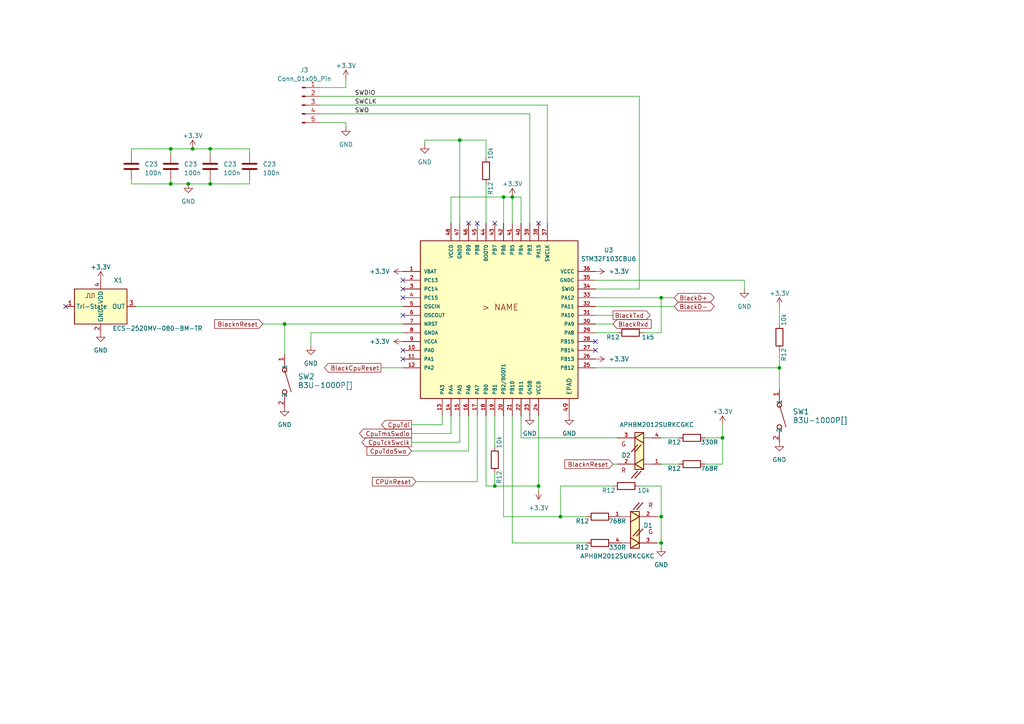
<source format=kicad_sch>
(kicad_sch (version 20230121) (generator eeschema)
  (paper "A4")
  (lib_symbols
    (symbol "Connector:Conn_01x05_Pin" (pin_names (offset 1.016) hide)
      (property "Reference" "J" (at 0 7.62 0))
      (property "Value" "Conn_01x05_Pin" (at 0 -7.62 0))
      (symbol "Conn_01x05_Pin_1_1"
        (polyline (pts (xy 1.27 -5.08) (xy 0.8636 -5.08)) (stroke (width 0.1524)))
        (polyline (pts (xy 1.27 -2.54) (xy 0.8636 -2.54)) (stroke (width 0.1524)))
        (polyline (pts (xy 1.27 0) (xy 0.8636 0)) (stroke (width 0.1524)))
        (polyline (pts (xy 1.27 2.54) (xy 0.8636 2.54)) (stroke (width 0.1524)))
        (polyline (pts (xy 1.27 5.08) (xy 0.8636 5.08)) (stroke (width 0.1524)))
        (rectangle (start 0.8636 -4.953) (end 0 -5.207) (stroke (width 0.1524)) (fill (type outline)))
        (rectangle (start 0.8636 -2.413) (end 0 -2.667) (stroke (width 0.1524)) (fill (type outline)))
        (rectangle (start 0.8636 0.127) (end 0 -0.127) (stroke (width 0.1524)) (fill (type outline)))
        (rectangle (start 0.8636 2.667) (end 0 2.413) (stroke (width 0.1524)) (fill (type outline)))
        (rectangle (start 0.8636 5.207) (end 0 4.953) (stroke (width 0.1524)) (fill (type outline)))
        (pin passive line (at 5.08 5.08 180) (length 3.81) (name "Pin_1") (number "1"))
        (pin passive line (at 5.08 2.54 180) (length 3.81) (name "Pin_2") (number "2"))
        (pin passive line (at 5.08 0 180) (length 3.81) (name "Pin_3") (number "3"))
        (pin passive line (at 5.08 -2.54 180) (length 3.81) (name "Pin_4") (number "4"))
        (pin passive line (at 5.08 -5.08 180) (length 3.81) (name "Pin_5") (number "5"))
      )
    )
    (symbol "Device:C" (pin_numbers hide) (pin_names (offset 0.254))
      (property "Reference" "C" (at 0.635 2.54 0))
      (property "Value" "C" (at 0.635 -2.54 0))
      (symbol "C_0_1"
        (polyline (pts (xy -2.032 -0.762) (xy 2.032 -0.762)) (stroke (width 0.508)))
        (polyline (pts (xy -2.032 0.762) (xy 2.032 0.762)) (stroke (width 0.508)))
      )
      (symbol "C_1_1"
        (pin passive line (at 0 3.81 270) (length 2.794) (name "~") (number "1"))
        (pin passive line (at 0 -3.81 90) (length 2.794) (name "~") (number "2"))
      )
    )
    (symbol "Device:R" (pin_numbers hide) (pin_names (offset 0))
      (property "Reference" "R" (at 2.032 0 90))
      (property "Value" "R" (at 0 0 90))
      (symbol "R_0_1"
        (rectangle (start -1.016 -2.54) (end 1.016 2.54) (stroke (width 0.254)))
      )
      (symbol "R_1_1"
        (pin passive line (at 0 3.81 270) (length 1.27) (name "~") (number "1"))
        (pin passive line (at 0 -3.81 90) (length 1.27) (name "~") (number "2"))
      )
    )
    (symbol "Oscillator:ECS-2520MV-xxx-xx"
      (property "Reference" "X" (at -5.08 6.35 0))
      (property "Value" "ECS-2520MV-xxx-xx" (at 1.27 -6.35 0))
      (symbol "ECS-2520MV-xxx-xx_0_1"
        (rectangle (start -7.62 5.08) (end 7.62 -5.08) (stroke (width 0.254)) (fill (type background)))
        (polyline (pts (xy -4.445 2.54) (xy -3.81 2.54) (xy -3.81 3.81) (xy -3.175 3.81) (xy -3.175 2.54) (xy -2.54 2.54) (xy -2.54 3.81) (xy -1.905 3.81) (xy -1.905 2.54)))
      )
      (symbol "ECS-2520MV-xxx-xx_1_1"
        (pin input line (at -10.16 0 0) (length 2.54) (name "Tri-State") (number "1"))
        (pin power_in line (at 0 -7.62 90) (length 2.54) (name "GND") (number "2"))
        (pin output line (at 10.16 0 180) (length 2.54) (name "OUT") (number "3"))
        (pin power_in line (at 0 7.62 270) (length 2.54) (name "VDD") (number "4"))
      )
    )
    (symbol "cpuAddOn:APHBM2012SURKCGKC" (pin_names (offset 1.016))
      (property "Reference" "D" (at -8.6614 4.8327 0))
      (property "Value" "APHBM2012SURKCGKC" (at -8.6526 -8.4078 0))
      (symbol "APHBM2012SURKCGKC_0_0"
        (rectangle (start -2.54 -6.604) (end 0 4.064) (stroke (width 0.254)) (fill (type background)))
        (polyline (pts (xy -2.54 -6.604) (xy 0 -5.08)) (stroke (width 0.254)))
        (polyline (pts (xy -2.54 -5.08) (xy -5.08 -5.08)) (stroke (width 0.1524)))
        (polyline (pts (xy -2.54 1.016) (xy 0 2.54)) (stroke (width 0.254)))
        (polyline (pts (xy -2.54 2.54) (xy -5.08 2.54)) (stroke (width 0.1524)))
        (polyline (pts (xy -1.778 -3.048) (xy 0 -1.016)) (stroke (width 0.254)))
        (polyline (pts (xy -1.778 4.572) (xy 0 6.604)) (stroke (width 0.254)))
        (polyline (pts (xy -0.762 -3.048) (xy 1.016 -1.016)) (stroke (width 0.254)))
        (polyline (pts (xy -0.762 4.572) (xy 1.016 6.604)) (stroke (width 0.254)))
        (polyline (pts (xy 0 -5.08) (xy -2.54 -3.556)) (stroke (width 0.254)))
        (polyline (pts (xy 0 2.54) (xy -2.54 4.064)) (stroke (width 0.254)))
        (text "G" (at 2.5441 -2.5481 0) (effects (font (size 1.272 1.272)) (justify left bottom)))
        (text "R" (at 2.545 5.085 0) (effects (font (size 1.2725 1.2725)) (justify left bottom)))
        (pin passive line (at -7.62 2.54 0) (length 2.54) (name "~") (number "1"))
        (pin passive line (at 5.08 2.54 180) (length 5.08) (name "~") (number "2"))
        (pin passive line (at 5.08 -5.08 180) (length 5.08) (name "~") (number "3"))
        (pin passive line (at -7.62 -5.08 0) (length 2.54) (name "~") (number "4"))
      )
    )
    (symbol "cpuAddOn:B3U-1000P[]" (pin_names (offset 0.254))
      (property "Reference" "SW" (at 7.62 3.81 0))
      (property "Value" "B3U-1000P[]" (at 0 0 0))
      (symbol "B3U-1000P[]_0_1"
        (polyline (pts (xy 2.54 0) (xy 3.81 0)) (stroke (width 0.2032)))
        (polyline (pts (xy 4.445 -1.905) (xy 10.795 0)) (stroke (width 0.2032)))
        (polyline (pts (xy 12.7 0) (xy 11.43 0)) (stroke (width 0.2032)))
        (circle (center 4.445 0) (radius 0.635) (stroke (width 0.254)))
        (circle (center 10.795 0) (radius 0.635) (stroke (width 0.254)))
        (pin unspecified line (at 15.24 0 180) (length 2.54) (name "1") (number "1"))
        (pin unspecified line (at 0 0 0) (length 2.54) (name "2") (number "2"))
      )
    )
    (symbol "cpuAddOn:STM32F103CBU6" (pin_names (offset 1.016))
      (property "Reference" "U3" (at 31.75 20.1677 0))
      (property "Value" "STM32F103CBU6" (at 31.75 17.6277 0))
      (symbol "STM32F103CBU6_0_0"
        (rectangle (start -22.86 -22.86) (end 22.86 22.86) (stroke (width 0.254)) (fill (type background)))
        (text "> NAME" (at -5.08 2.54 0) (effects (font (size 1.778 1.778)) (justify left bottom)))
        (pin bidirectional line (at -27.94 13.97 0) (length 5.08) (name "VBAT") (number "1"))
        (pin bidirectional line (at -27.94 -8.89 0) (length 5.08) (name "PA0") (number "10"))
        (pin bidirectional line (at -27.94 -11.43 0) (length 5.08) (name "PA1") (number "11"))
        (pin bidirectional line (at -27.94 -13.97 0) (length 5.08) (name "PA2") (number "12"))
        (pin bidirectional line (at -16.51 -27.94 90) (length 5.08) (name "PA3") (number "13"))
        (pin bidirectional line (at -13.97 -27.94 90) (length 5.08) (name "PA4") (number "14"))
        (pin bidirectional line (at -11.43 -27.94 90) (length 5.08) (name "PA5") (number "15"))
        (pin bidirectional line (at -8.89 -27.94 90) (length 5.08) (name "PA6") (number "16"))
        (pin bidirectional line (at -6.35 -27.94 90) (length 5.08) (name "PA7") (number "17"))
        (pin bidirectional line (at -3.81 -27.94 90) (length 5.08) (name "PB0") (number "18"))
        (pin bidirectional line (at -1.27 -27.94 90) (length 5.08) (name "PB1") (number "19"))
        (pin bidirectional line (at -27.94 11.43 0) (length 5.08) (name "PC13") (number "2"))
        (pin bidirectional line (at 1.27 -27.94 90) (length 5.08) (name "PB2/BOOT1") (number "20"))
        (pin bidirectional line (at 3.81 -27.94 90) (length 5.08) (name "PB10") (number "21"))
        (pin bidirectional line (at 6.35 -27.94 90) (length 5.08) (name "PB11") (number "22"))
        (pin bidirectional line (at 8.89 -27.94 90) (length 5.08) (name "GNDB") (number "23"))
        (pin bidirectional line (at 27.94 -13.97 180) (length 5.08) (name "PB12") (number "25"))
        (pin bidirectional line (at 27.94 -11.43 180) (length 5.08) (name "PB13") (number "26"))
        (pin bidirectional line (at 27.94 -8.89 180) (length 5.08) (name "PB14") (number "27"))
        (pin bidirectional line (at 27.94 -6.35 180) (length 5.08) (name "PB15") (number "28"))
        (pin bidirectional line (at 27.94 -3.81 180) (length 5.08) (name "PA8") (number "29"))
        (pin bidirectional line (at -27.94 8.89 0) (length 5.08) (name "PC14") (number "3"))
        (pin bidirectional line (at 27.94 -1.27 180) (length 5.08) (name "PA9") (number "30"))
        (pin bidirectional line (at 27.94 1.27 180) (length 5.08) (name "PA10") (number "31"))
        (pin bidirectional line (at 27.94 3.81 180) (length 5.08) (name "PA11") (number "32"))
        (pin bidirectional line (at 27.94 6.35 180) (length 5.08) (name "PA12") (number "33"))
        (pin bidirectional line (at 27.94 8.89 180) (length 5.08) (name "SWIO") (number "34"))
        (pin bidirectional line (at 27.94 11.43 180) (length 5.08) (name "GNDC") (number "35"))
        (pin bidirectional line (at 27.94 13.97 180) (length 5.08) (name "VCCC") (number "36"))
        (pin bidirectional line (at 13.97 27.94 270) (length 5.08) (name "SWCLK") (number "37"))
        (pin bidirectional line (at 11.43 27.94 270) (length 5.08) (name "PA15") (number "38"))
        (pin bidirectional line (at 8.89 27.94 270) (length 5.08) (name "PB3") (number "39"))
        (pin bidirectional line (at -27.94 6.35 0) (length 5.08) (name "PC15") (number "4"))
        (pin bidirectional line (at 6.35 27.94 270) (length 5.08) (name "PB4") (number "40"))
        (pin bidirectional line (at 3.81 27.94 270) (length 5.08) (name "PB5") (number "41"))
        (pin bidirectional line (at 1.27 27.94 270) (length 5.08) (name "PB6") (number "42"))
        (pin bidirectional line (at -1.27 27.94 270) (length 5.08) (name "PB7") (number "43"))
        (pin bidirectional line (at -3.81 27.94 270) (length 5.08) (name "BOOT0") (number "44"))
        (pin bidirectional line (at -6.35 27.94 270) (length 5.08) (name "PB8") (number "45"))
        (pin bidirectional line (at -8.89 27.94 270) (length 5.08) (name "PB9") (number "46"))
        (pin bidirectional line (at -11.43 27.94 270) (length 5.08) (name "GNDD") (number "47"))
        (pin bidirectional line (at -13.97 27.94 270) (length 5.08) (name "VCCD") (number "48"))
        (pin bidirectional line (at -27.94 3.81 0) (length 5.08) (name "OSCIN") (number "5"))
        (pin bidirectional line (at -27.94 1.27 0) (length 5.08) (name "OSCOUT") (number "6"))
        (pin bidirectional line (at -27.94 -1.27 0) (length 5.08) (name "NRST") (number "7"))
        (pin bidirectional line (at -27.94 -3.81 0) (length 5.08) (name "GNDA") (number "8"))
        (pin bidirectional line (at -27.94 -6.35 0) (length 5.08) (name "VCCA") (number "9"))
      )
      (symbol "STM32F103CBU6_1_0"
        (pin bidirectional line (at 11.43 -27.94 90) (length 5.08) (name "VCCB") (number "24"))
      )
      (symbol "STM32F103CBU6_1_1"
        (pin passive line (at 20.32 -27.94 90) (length 5.08) (name "EPAD") (number "49"))
      )
    )
    (symbol "power:+3.3V" (power) (pin_names (offset 0))
      (property "Value" "+3.3V" (at 0 3.556 0))
      (symbol "+3.3V_0_1"
        (polyline (pts (xy -0.762 1.27) (xy 0 2.54)))
        (polyline (pts (xy 0 0) (xy 0 2.54)))
        (polyline (pts (xy 0 2.54) (xy 0.762 1.27)))
      )
      (symbol "+3.3V_1_1"
        (pin power_in line (at 0 0 90) (length 0) hide (name "+3.3V") (number "1"))
      )
    )
    (symbol "power:GND" (power) (pin_names (offset 0))
      (property "Value" "GND" (at 0 -3.81 0))
      (symbol "GND_0_1"
        (polyline (pts (xy 0 0) (xy 0 -1.27) (xy 1.27 -1.27) (xy 0 -2.54) (xy -1.27 -1.27) (xy 0 -1.27)))
      )
      (symbol "GND_1_1"
        (pin power_in line (at 0 0 270) (length 0) hide (name "GND") (number "1"))
      )
    )
  )
  (junction (at 49.53 53.34))
  (junction (at 191.77 149.86))
  (junction (at 162.56 149.86))
  (junction (at 60.96 43.18))
  (junction (at 60.96 53.34))
  (junction (at 133.35 40.64))
  (junction (at 226.06 106.68))
  (junction (at 143.51 140.97))
  (junction (at 146.05 57.15))
  (junction (at 191.77 86.36))
  (junction (at 148.59 57.15))
  (junction (at 191.77 157.48))
  (junction (at 209.55 127))
  (junction (at 54.61 53.34))
  (junction (at 49.53 43.18))
  (junction (at 82.55 93.98))
  (junction (at 156.21 140.97))
  (junction (at 55.88 43.18))
  (no_connect (at 156.21 64.77))
  (no_connect (at 172.72 99.06))
  (no_connect (at 116.84 104.14))
  (no_connect (at 138.43 64.77))
  (no_connect (at 116.84 83.82))
  (no_connect (at 19.05 88.9))
  (no_connect (at 116.84 81.28))
  (no_connect (at 172.72 101.6))
  (no_connect (at 143.51 64.77))
  (no_connect (at 116.84 91.44))
  (no_connect (at 135.89 64.77))
  (no_connect (at 116.84 101.6))
  (no_connect (at 116.84 86.36))
  (wire (pts (xy 119.38 128.27) (xy 133.35 128.27)))
  (wire (pts (xy 92.71 27.94) (xy 185.42 27.94)))
  (wire (pts (xy 60.96 43.18) (xy 60.96 44.45)))
  (wire (pts (xy 130.81 57.15) (xy 146.05 57.15)))
  (wire (pts (xy 158.75 30.48) (xy 158.75 64.77)))
  (wire (pts (xy 191.77 149.86) (xy 191.77 157.48)))
  (wire (pts (xy 162.56 140.97) (xy 162.56 149.86)))
  (wire (pts (xy 186.69 96.52) (xy 191.77 96.52)))
  (wire (pts (xy 39.37 88.9) (xy 116.84 88.9)))
  (wire (pts (xy 209.55 134.62) (xy 209.55 127)))
  (wire (pts (xy 130.81 125.73) (xy 130.81 120.65)))
  (wire (pts (xy 140.97 45.72) (xy 140.97 40.64)))
  (wire (pts (xy 162.56 149.86) (xy 170.18 149.86)))
  (wire (pts (xy 140.97 40.64) (xy 133.35 40.64)))
  (wire (pts (xy 191.77 140.97) (xy 191.77 149.86)))
  (wire (pts (xy 153.67 33.02) (xy 153.67 64.77)))
  (wire (pts (xy 100.33 25.4) (xy 100.33 22.86)))
  (wire (pts (xy 82.55 93.98) (xy 116.84 93.98)))
  (wire (pts (xy 119.38 123.19) (xy 128.27 123.19)))
  (wire (pts (xy 215.9 81.28) (xy 215.9 83.82)))
  (wire (pts (xy 54.61 53.34) (xy 60.96 53.34)))
  (wire (pts (xy 172.72 93.98) (xy 177.8 93.98)))
  (wire (pts (xy 146.05 149.86) (xy 162.56 149.86)))
  (wire (pts (xy 156.21 142.24) (xy 156.21 140.97)))
  (wire (pts (xy 191.77 134.62) (xy 196.85 134.62)))
  (wire (pts (xy 72.39 53.34) (xy 72.39 52.07)))
  (wire (pts (xy 49.53 43.18) (xy 49.53 44.45)))
  (wire (pts (xy 119.38 130.81) (xy 135.89 130.81)))
  (wire (pts (xy 148.59 157.48) (xy 170.18 157.48)))
  (wire (pts (xy 92.71 35.56) (xy 100.33 35.56)))
  (wire (pts (xy 185.42 140.97) (xy 191.77 140.97)))
  (wire (pts (xy 38.1 44.45) (xy 38.1 43.18)))
  (wire (pts (xy 140.97 140.97) (xy 143.51 140.97)))
  (wire (pts (xy 148.59 64.77) (xy 148.59 57.15)))
  (wire (pts (xy 128.27 123.19) (xy 128.27 120.65)))
  (wire (pts (xy 76.2 93.98) (xy 82.55 93.98)))
  (wire (pts (xy 119.38 125.73) (xy 130.81 125.73)))
  (wire (pts (xy 143.51 120.65) (xy 143.51 129.54)))
  (wire (pts (xy 135.89 130.81) (xy 135.89 120.65)))
  (wire (pts (xy 123.19 40.64) (xy 123.19 41.91)))
  (wire (pts (xy 60.96 53.34) (xy 72.39 53.34)))
  (wire (pts (xy 49.53 43.18) (xy 55.88 43.18)))
  (wire (pts (xy 190.5 149.86) (xy 191.77 149.86)))
  (wire (pts (xy 172.72 91.44) (xy 177.8 91.44)))
  (wire (pts (xy 49.53 52.07) (xy 49.53 53.34)))
  (wire (pts (xy 49.53 53.34) (xy 54.61 53.34)))
  (wire (pts (xy 172.72 81.28) (xy 215.9 81.28)))
  (wire (pts (xy 204.47 127) (xy 209.55 127)))
  (wire (pts (xy 185.42 83.82) (xy 172.72 83.82)))
  (wire (pts (xy 153.67 33.02) (xy 92.71 33.02)))
  (wire (pts (xy 116.84 96.52) (xy 90.17 96.52)))
  (wire (pts (xy 143.51 140.97) (xy 156.21 140.97)))
  (wire (pts (xy 177.8 140.97) (xy 162.56 140.97)))
  (wire (pts (xy 92.71 25.4) (xy 100.33 25.4)))
  (wire (pts (xy 90.17 96.52) (xy 90.17 100.33)))
  (wire (pts (xy 172.72 106.68) (xy 226.06 106.68)))
  (wire (pts (xy 55.88 43.18) (xy 60.96 43.18)))
  (wire (pts (xy 82.55 93.98) (xy 82.55 102.87)))
  (wire (pts (xy 172.72 88.9) (xy 195.58 88.9)))
  (wire (pts (xy 38.1 43.18) (xy 49.53 43.18)))
  (wire (pts (xy 172.72 86.36) (xy 191.77 86.36)))
  (wire (pts (xy 110.49 106.68) (xy 116.84 106.68)))
  (wire (pts (xy 191.77 157.48) (xy 191.77 158.75)))
  (wire (pts (xy 190.5 157.48) (xy 191.77 157.48)))
  (wire (pts (xy 133.35 128.27) (xy 133.35 120.65)))
  (wire (pts (xy 172.72 96.52) (xy 179.07 96.52)))
  (wire (pts (xy 226.06 101.6) (xy 226.06 106.68)))
  (wire (pts (xy 226.06 106.68) (xy 226.06 113.03)))
  (wire (pts (xy 204.47 134.62) (xy 209.55 134.62)))
  (wire (pts (xy 140.97 53.34) (xy 140.97 64.77)))
  (wire (pts (xy 148.59 57.15) (xy 146.05 57.15)))
  (wire (pts (xy 151.13 57.15) (xy 148.59 57.15)))
  (wire (pts (xy 143.51 140.97) (xy 143.51 137.16)))
  (wire (pts (xy 179.07 127) (xy 151.13 127)))
  (wire (pts (xy 92.71 30.48) (xy 158.75 30.48)))
  (wire (pts (xy 120.65 139.7) (xy 138.43 139.7)))
  (wire (pts (xy 191.77 86.36) (xy 195.58 86.36)))
  (wire (pts (xy 138.43 139.7) (xy 138.43 120.65)))
  (wire (pts (xy 140.97 120.65) (xy 140.97 140.97)))
  (wire (pts (xy 133.35 40.64) (xy 133.35 64.77)))
  (wire (pts (xy 191.77 86.36) (xy 191.77 96.52)))
  (wire (pts (xy 100.33 35.56) (xy 100.33 36.83)))
  (wire (pts (xy 226.06 88.9) (xy 226.06 93.98)))
  (wire (pts (xy 72.39 43.18) (xy 72.39 44.45)))
  (wire (pts (xy 185.42 27.94) (xy 185.42 83.82)))
  (wire (pts (xy 156.21 140.97) (xy 156.21 120.65)))
  (wire (pts (xy 146.05 120.65) (xy 146.05 149.86)))
  (wire (pts (xy 60.96 52.07) (xy 60.96 53.34)))
  (wire (pts (xy 130.81 57.15) (xy 130.81 64.77)))
  (wire (pts (xy 38.1 52.07) (xy 38.1 53.34)))
  (wire (pts (xy 146.05 64.77) (xy 146.05 57.15)))
  (wire (pts (xy 191.77 127) (xy 196.85 127)))
  (wire (pts (xy 177.8 134.62) (xy 179.07 134.62)))
  (wire (pts (xy 38.1 53.34) (xy 49.53 53.34)))
  (wire (pts (xy 151.13 127) (xy 151.13 120.65)))
  (wire (pts (xy 133.35 40.64) (xy 123.19 40.64)))
  (wire (pts (xy 148.59 120.65) (xy 148.59 157.48)))
  (wire (pts (xy 151.13 64.77) (xy 151.13 57.15)))
  (wire (pts (xy 209.55 127) (xy 209.55 123.19)))
  (wire (pts (xy 60.96 43.18) (xy 72.39 43.18)))
  (label "SWO" (at 102.87 33.02 0))
  (label "SWDIO" (at 102.87 27.94 0))
  (label "SWCLK" (at 102.87 30.48 0))
  (global_label "CpuTdoSwo" (shape input) (at 119.38 130.81 180) (property "Intersheetrefs" "${INTERSHEET_REFS}" (effects hide)))
  (global_label "BlackCpuReset" (shape output) (at 110.49 106.68 180) (property "Intersheetrefs" "${INTERSHEET_REFS}" (effects hide)))
  (global_label "CPUnReset" (shape input) (at 120.65 139.7 180) (property "Intersheetrefs" "${INTERSHEET_REFS}" (effects hide)))
  (global_label "CpuTckSwclk" (shape output) (at 119.38 128.27 180) (property "Intersheetrefs" "${INTERSHEET_REFS}" (effects hide)))
  (global_label "BlacknReset" (shape input) (at 177.8 134.62 180) (property "Intersheetrefs" "${INTERSHEET_REFS}" (effects hide)))
  (global_label "BlackTxd" (shape output) (at 177.8 91.44 0) (property "Intersheetrefs" "${INTERSHEET_REFS}" (effects hide)))
  (global_label "CpuTdi" (shape output) (at 119.38 123.19 180) (property "Intersheetrefs" "${INTERSHEET_REFS}" (effects hide)))
  (global_label "CpuTmsSwdio" (shape output) (at 119.38 125.73 180) (property "Intersheetrefs" "${INTERSHEET_REFS}" (effects hide)))
  (global_label "BlackRxd" (shape input) (at 177.8 93.98 0) (property "Intersheetrefs" "${INTERSHEET_REFS}" (effects hide)))
  (global_label "BlackD+" (shape bidirectional) (at 195.58 86.36 0) (property "Intersheetrefs" "${INTERSHEET_REFS}" (effects hide)))
  (global_label "BlacknReset" (shape input) (at 76.2 93.98 180) (property "Intersheetrefs" "${INTERSHEET_REFS}" (effects hide)))
  (global_label "BlackD-" (shape bidirectional) (at 195.58 88.9 0) (property "Intersheetrefs" "${INTERSHEET_REFS}" (effects hide)))
  (symbol (lib_id "power:GND") (at 82.55 118.11 0) (unit 1)
    (property "Reference" "#PWR03" (effects hide))
    (property "Value" "GND" (at 82.55 123.19 0))
    (instances (project "gecko5education" (path "" (reference "#PWR03") (unit 1)) (path "" (reference "#PWR016") (unit 1))) (project "cpuAddOn" (path "" (reference "#PWR017") (unit 1)) (path "" (reference "#PWR049") (unit 1))))
  )
  (symbol (lib_id "Device:C") (at 49.53 48.26 0) (unit 1)
    (property "Reference" "C23" (at 53.34 47.625 0) (effects (justify left)))
    (property "Value" "100n" (at 53.34 50.165 0) (effects (justify left)))
    (property "Footprint" "Capacitor_SMD:C_0402_1005Metric" (effects hide))
    (instances (project "gecko5education" (path "" (reference "C23") (unit 1))) (project "cpuAddOn" (path "" (reference "C8") (unit 1)) (path "" (reference "C16") (unit 1))))
  )
  (symbol (lib_id "Device:C") (at 72.39 48.26 0) (unit 1)
    (property "Reference" "C23" (at 76.2 47.625 0) (effects (justify left)))
    (property "Value" "100n" (at 76.2 50.165 0) (effects (justify left)))
    (property "Footprint" "Capacitor_SMD:C_0402_1005Metric" (effects hide))
    (instances (project "gecko5education" (path "" (reference "C23") (unit 1))) (project "cpuAddOn" (path "" (reference "C8") (unit 1)) (path "" (reference "C18") (unit 1))))
  )
  (symbol (lib_id "Device:R") (at 200.66 134.62 270) (unit 1)
    (property "Reference" "R12" (at 195.58 135.89 90))
    (property "Value" "768R" (at 205.74 135.89 90))
    (property "Footprint" "Resistor_SMD:R_0402_1005Metric" (effects hide))
    (instances (project "cpuAddOn" (path "" (reference "R12") (unit 1)) (path "" (reference "R22") (unit 1))))
  )
  (symbol (lib_id "Device:C") (at 60.96 48.26 0) (unit 1)
    (property "Reference" "C23" (at 64.77 47.625 0) (effects (justify left)))
    (property "Value" "100n" (at 64.77 50.165 0) (effects (justify left)))
    (property "Footprint" "Capacitor_SMD:C_0402_1005Metric" (effects hide))
    (instances (project "gecko5education" (path "" (reference "C23") (unit 1))) (project "cpuAddOn" (path "" (reference "C8") (unit 1)) (path "" (reference "C17") (unit 1))))
  )
  (symbol (lib_id "Device:R") (at 173.99 149.86 270) (unit 1)
    (property "Reference" "R12" (at 168.91 151.13 90))
    (property "Value" "768R" (at 179.07 151.13 90))
    (property "Footprint" "Resistor_SMD:R_0402_1005Metric" (effects hide))
    (instances (project "cpuAddOn" (path "" (reference "R12") (unit 1)) (path "" (reference "R19") (unit 1))))
  )
  (symbol (lib_id "cpuAddOn:B3U-1000P[]") (at 226.06 128.27 90) (unit 1)
    (property "Reference" "SW1" (at 229.87 119.38 90) (effects (font (size 1.524 1.524)) (justify right)))
    (property "Value" "B3U-1000P[]" (at 229.87 121.92 90) (effects (font (size 1.524 1.524)) (justify right)))
    (property "Footprint" "cpuAddOn:SW_B3U-1000P_OMR" (effects hide))
    (property "Datasheet" "B3U-1000P[]" (effects hide))
  )
  (symbol (lib_id "power:GND") (at 165.1 120.65 0) (unit 1)
    (property "Reference" "#PWR03" (effects hide))
    (property "Value" "GND" (at 165.1 125.73 0))
    (instances (project "gecko5education" (path "" (reference "#PWR03") (unit 1)) (path "" (reference "#PWR016") (unit 1))) (project "cpuAddOn" (path "" (reference "#PWR017") (unit 1)) (path "" (reference "#PWR054") (unit 1))))
  )
  (symbol (lib_id "Device:C") (at 38.1 48.26 0) (unit 1)
    (property "Reference" "C23" (at 41.91 47.625 0) (effects (justify left)))
    (property "Value" "100n" (at 41.91 50.165 0) (effects (justify left)))
    (property "Footprint" "Capacitor_SMD:C_0402_1005Metric" (effects hide))
    (instances (project "gecko5education" (path "" (reference "C23") (unit 1))) (project "cpuAddOn" (path "" (reference "C8") (unit 1)) (path "" (reference "C15") (unit 1))))
  )
  (symbol (lib_id "power:GND") (at 90.17 100.33 0) (unit 1)
    (property "Reference" "#PWR03" (effects hide))
    (property "Value" "GND" (at 90.17 105.41 0))
    (instances (project "gecko5education" (path "" (reference "#PWR03") (unit 1)) (path "" (reference "#PWR016") (unit 1))) (project "cpuAddOn" (path "" (reference "#PWR017") (unit 1)) (path "" (reference "#PWR046") (unit 1))))
  )
  (symbol (lib_id "Device:R") (at 181.61 140.97 270) (unit 1)
    (property "Reference" "R12" (at 176.53 142.24 90))
    (property "Value" "10k" (at 186.69 142.24 90))
    (property "Footprint" "Resistor_SMD:R_0402_1005Metric" (effects hide))
    (instances (project "cpuAddOn" (path "" (reference "R12") (unit 1)) (path "" (reference "R21") (unit 1))))
  )
  (symbol (lib_id "Device:R") (at 226.06 97.79 0) (unit 1)
    (property "Reference" "R12" (at 227.33 102.87 90))
    (property "Value" "10k" (at 227.33 92.71 90))
    (property "Footprint" "Resistor_SMD:R_0402_1005Metric" (effects hide))
    (instances (project "cpuAddOn" (path "" (reference "R12") (unit 1)) (path "" (reference "R24") (unit 1))))
  )
  (symbol (lib_id "cpuAddOn:B3U-1000P[]") (at 82.55 118.11 90) (unit 1)
    (property "Reference" "SW2" (at 86.36 109.22 90) (effects (font (size 1.524 1.524)) (justify right)))
    (property "Value" "B3U-1000P[]" (at 86.36 111.76 90) (effects (font (size 1.524 1.524)) (justify right)))
    (property "Footprint" "cpuAddOn:SW_B3U-1000P_OMR" (effects hide))
    (property "Datasheet" "B3U-1000P[]" (effects hide))
  )
  (symbol (lib_id "power:+3.3V") (at 29.21 81.28 0) (unit 1)
    (property "Reference" "#PWR01" (effects hide))
    (property "Value" "+3.3V" (at 29.21 77.47 0))
    (instances (project "gecko5education" (path "" (reference "#PWR01") (unit 1)) (path "" (reference "#PWR017") (unit 1))) (project "cpuAddOn" (path "" (reference "#PWR016") (unit 1)) (path "" (reference "#PWR032") (unit 1))))
  )
  (symbol (lib_id "power:+3.3V") (at 116.84 78.74 90) (unit 1)
    (property "Reference" "#PWR01" (effects hide))
    (property "Value" "+3.3V" (at 113.03 78.74 90) (effects (justify left)))
    (instances (project "gecko5education" (path "" (reference "#PWR01") (unit 1)) (path "" (reference "#PWR017") (unit 1))) (project "cpuAddOn" (path "" (reference "#PWR016") (unit 1)) (path "" (reference "#PWR027") (unit 1))))
  )
  (symbol (lib_id "power:GND") (at 100.33 36.83 0) (unit 1)
    (property "Reference" "#PWR03" (effects hide))
    (property "Value" "GND" (at 100.33 41.91 0))
    (instances (project "gecko5education" (path "" (reference "#PWR03") (unit 1)) (path "" (reference "#PWR016") (unit 1))) (project "cpuAddOn" (path "" (reference "#PWR017") (unit 1)) (path "" (reference "#PWR056") (unit 1))))
  )
  (symbol (lib_id "power:GND") (at 226.06 128.27 0) (unit 1)
    (property "Reference" "#PWR03" (effects hide))
    (property "Value" "GND" (at 226.06 133.35 0))
    (instances (project "gecko5education" (path "" (reference "#PWR03") (unit 1)) (path "" (reference "#PWR016") (unit 1))) (project "cpuAddOn" (path "" (reference "#PWR017") (unit 1)) (path "" (reference "#PWR050") (unit 1))))
  )
  (symbol (lib_id "cpuAddOn:APHBM2012SURKCGKC") (at 184.15 132.08 180) (unit 1)
    (property "Reference" "D2" (at 181.61 132.08 0))
    (property "Value" "APHBM2012SURKCGKC" (at 190.5 123.19 0))
    (property "Footprint" "cpuAddOn:LED_APHBM2012SURKCGKC" (effects hide))
    (property "STANDARD" "Manufacturer Recommendation" (effects hide))
    (property "DESCRIPTION" "Green, Red 570nm Green, 630nm Red LED Indication - Discrete 2.1V Green, 1.95V Red 0805 _2012 Metric_" (effects hide))
    (property "MF" "Kingbright" (effects hide))
    (property "MAXIMUM_PACKAGE_HEIGHT" "0.45mm" (effects hide))
  )
  (symbol (lib_id "power:+3.3V") (at 100.33 22.86 0) (unit 1)
    (property "Reference" "#PWR01" (effects hide))
    (property "Value" "+3.3V" (at 100.33 19.05 0))
    (instances (project "gecko5education" (path "" (reference "#PWR01") (unit 1)) (path "" (reference "#PWR017") (unit 1))) (project "cpuAddOn" (path "" (reference "#PWR016") (unit 1)) (path "" (reference "#PWR055") (unit 1))))
  )
  (symbol (lib_id "power:+3.3V") (at 148.59 57.15 0) (unit 1)
    (property "Reference" "#PWR01" (effects hide))
    (property "Value" "+3.3V" (at 148.59 53.34 0))
    (instances (project "gecko5education" (path "" (reference "#PWR01") (unit 1)) (path "" (reference "#PWR017") (unit 1))) (project "cpuAddOn" (path "" (reference "#PWR016") (unit 1)) (path "" (reference "#PWR031") (unit 1))))
  )
  (symbol (lib_id "power:+3.3V") (at 172.72 104.14 270) (unit 1)
    (property "Reference" "#PWR01" (effects hide))
    (property "Value" "+3.3V" (at 176.53 104.14 90) (effects (justify left)))
    (instances (project "gecko5education" (path "" (reference "#PWR01") (unit 1)) (path "" (reference "#PWR017") (unit 1))) (project "cpuAddOn" (path "" (reference "#PWR016") (unit 1)) (path "" (reference "#PWR048") (unit 1))))
  )
  (symbol (lib_id "power:GND") (at 191.77 158.75 0) (unit 1)
    (property "Reference" "#PWR03" (effects hide))
    (property "Value" "GND" (at 191.77 163.83 0))
    (instances (project "gecko5education" (path "" (reference "#PWR03") (unit 1)) (path "" (reference "#PWR016") (unit 1))) (project "cpuAddOn" (path "" (reference "#PWR017") (unit 1)) (path "" (reference "#PWR043") (unit 1))))
  )
  (symbol (lib_id "Device:R") (at 200.66 127 270) (unit 1)
    (property "Reference" "R12" (at 195.58 128.27 90))
    (property "Value" "330R" (at 205.74 128.27 90))
    (property "Footprint" "Resistor_SMD:R_0402_1005Metric" (effects hide))
    (instances (project "cpuAddOn" (path "" (reference "R12") (unit 1)) (path "" (reference "R23") (unit 1))))
  )
  (symbol (lib_id "power:+3.3V") (at 209.55 123.19 0) (unit 1)
    (property "Reference" "#PWR01" (effects hide))
    (property "Value" "+3.3V" (at 209.55 119.38 0))
    (instances (project "gecko5education" (path "" (reference "#PWR01") (unit 1)) (path "" (reference "#PWR017") (unit 1))) (project "cpuAddOn" (path "" (reference "#PWR016") (unit 1)) (path "" (reference "#PWR045") (unit 1))))
  )
  (symbol (lib_id "power:GND") (at 123.19 41.91 0) (unit 1)
    (property "Reference" "#PWR03" (effects hide))
    (property "Value" "GND" (at 123.19 46.99 0))
    (instances (project "gecko5education" (path "" (reference "#PWR03") (unit 1)) (path "" (reference "#PWR016") (unit 1))) (project "cpuAddOn" (path "" (reference "#PWR017") (unit 1)) (path "" (reference "#PWR03") (unit 1))))
  )
  (symbol (lib_id "power:GND") (at 215.9 83.82 0) (unit 1)
    (property "Reference" "#PWR03" (effects hide))
    (property "Value" "GND" (at 215.9 88.9 0))
    (instances (project "gecko5education" (path "" (reference "#PWR03") (unit 1)) (path "" (reference "#PWR016") (unit 1))) (project "cpuAddOn" (path "" (reference "#PWR017") (unit 1)) (path "" (reference "#PWR047") (unit 1))))
  )
  (symbol (lib_id "power:+3.3V") (at 55.88 43.18 0) (unit 1)
    (property "Reference" "#PWR01" (effects hide))
    (property "Value" "+3.3V" (at 55.88 39.37 0))
    (instances (project "gecko5education" (path "" (reference "#PWR01") (unit 1)) (path "" (reference "#PWR017") (unit 1))) (project "cpuAddOn" (path "" (reference "#PWR016") (unit 1)) (path "" (reference "#PWR058") (unit 1))))
  )
  (symbol (lib_id "power:GND") (at 54.61 53.34 0) (unit 1)
    (property "Reference" "#PWR03" (effects hide))
    (property "Value" "GND" (at 54.61 58.42 0))
    (instances (project "gecko5education" (path "" (reference "#PWR03") (unit 1)) (path "" (reference "#PWR016") (unit 1))) (project "cpuAddOn" (path "" (reference "#PWR017") (unit 1)) (path "" (reference "#PWR057") (unit 1))))
  )
  (symbol (lib_id "power:GND") (at 153.67 120.65 0) (unit 1)
    (property "Reference" "#PWR03" (effects hide))
    (property "Value" "GND" (at 153.67 125.73 0))
    (instances (project "gecko5education" (path "" (reference "#PWR03") (unit 1)) (path "" (reference "#PWR016") (unit 1))) (project "cpuAddOn" (path "" (reference "#PWR017") (unit 1)) (path "" (reference "#PWR044") (unit 1))))
  )
  (symbol (lib_id "power:+3.3V") (at 116.84 99.06 90) (unit 1)
    (property "Reference" "#PWR01" (effects hide))
    (property "Value" "+3.3V" (at 113.03 99.06 90) (effects (justify left)))
    (instances (project "gecko5education" (path "" (reference "#PWR01") (unit 1)) (path "" (reference "#PWR017") (unit 1))) (project "cpuAddOn" (path "" (reference "#PWR016") (unit 1)) (path "" (reference "#PWR028") (unit 1))))
  )
  (symbol (lib_id "power:+3.3V") (at 172.72 78.74 270) (unit 1)
    (property "Reference" "#PWR01" (effects hide))
    (property "Value" "+3.3V" (at 176.53 78.74 90) (effects (justify left)))
    (instances (project "gecko5education" (path "" (reference "#PWR01") (unit 1)) (path "" (reference "#PWR017") (unit 1))) (project "cpuAddOn" (path "" (reference "#PWR016") (unit 1)) (path "" (reference "#PWR029") (unit 1))))
  )
  (symbol (lib_id "cpuAddOn:STM32F103CBU6") (at 144.78 92.71 0) (unit 1)
    (property "Reference" "U3" (at 176.53 72.5423 0))
    (property "Value" "STM32F103CBU6" (at 176.53 75.0823 0))
    (property "Footprint" "cpuAddOn:UFQFPN-48_7X7X0P55MM" (effects hide))
  )
  (symbol (lib_id "Device:R") (at 143.51 133.35 0) (unit 1)
    (property "Reference" "R12" (at 144.78 138.43 90))
    (property "Value" "10k" (at 144.78 128.27 90))
    (property "Footprint" "Resistor_SMD:R_0402_1005Metric" (effects hide))
    (instances (project "cpuAddOn" (path "" (reference "R12") (unit 1)) (path "" (reference "R13") (unit 1))))
  )
  (symbol (lib_id "power:+3.3V") (at 156.21 142.24 180) (unit 1)
    (property "Reference" "#PWR01" (effects hide))
    (property "Value" "+3.3V" (at 156.21 147.32 0))
    (instances (project "gecko5education" (path "" (reference "#PWR01") (unit 1)) (path "" (reference "#PWR017") (unit 1))) (project "cpuAddOn" (path "" (reference "#PWR016") (unit 1)) (path "" (reference "#PWR030") (unit 1))))
  )
  (symbol (lib_id "power:GND") (at 29.21 96.52 0) (unit 1)
    (property "Reference" "#PWR03" (effects hide))
    (property "Value" "GND" (at 29.21 101.6 0))
    (instances (project "gecko5education" (path "" (reference "#PWR03") (unit 1)) (path "" (reference "#PWR016") (unit 1))) (project "cpuAddOn" (path "" (reference "#PWR017") (unit 1)) (path "" (reference "#PWR033") (unit 1))))
  )
  (symbol (lib_id "Device:R") (at 182.88 96.52 270) (unit 1)
    (property "Reference" "R12" (at 177.8 97.79 90))
    (property "Value" "1k5" (at 187.96 97.79 90))
    (property "Footprint" "Resistor_SMD:R_0402_1005Metric" (effects hide))
    (instances (project "cpuAddOn" (path "" (reference "R12") (unit 1)) (path "" (reference "R14") (unit 1))))
  )
  (symbol (lib_id "Oscillator:ECS-2520MV-xxx-xx") (at 29.21 88.9 0) (unit 1)
    (property "Reference" "X1" (at 34.29 81.28 0))
    (property "Value" "ECS-2520MV-080-BM-TR" (at 45.72 95.25 0))
    (property "Footprint" "Oscillator:Oscillator_SMD_ECS_2520MV-xxx-xx-4Pin_2.5x2.0mm" (effects hide))
    (property "Datasheet" "https://www.ecsxtal.com/store/pdf/ECS-2520MV.pdf" (effects hide))
    (instances (project "gecko5education" (path "" (reference "X1") (unit 1))) (project "cpuAddOn" (path "" (reference "X1") (unit 1)) (path "" (reference "X2") (unit 1))))
  )
  (symbol (lib_id "Device:R") (at 173.99 157.48 270) (unit 1)
    (property "Reference" "R12" (at 168.91 158.75 90))
    (property "Value" "330R" (at 179.07 158.75 90))
    (property "Footprint" "Resistor_SMD:R_0402_1005Metric" (effects hide))
    (instances (project "cpuAddOn" (path "" (reference "R12") (unit 1)) (path "" (reference "R20") (unit 1))))
  )
  (symbol (lib_id "Device:R") (at 140.97 49.53 0) (unit 1)
    (property "Reference" "R12" (at 142.24 54.61 90))
    (property "Value" "10k" (at 142.24 44.45 90))
    (property "Footprint" "Resistor_SMD:R_0402_1005Metric" (effects hide))
    (instances (project "cpuAddOn" (path "" (reference "R12") (unit 1)) (path "" (reference "R18") (unit 1))))
  )
  (symbol (lib_id "power:+3.3V") (at 226.06 88.9 0) (unit 1)
    (property "Reference" "#PWR01" (effects hide))
    (property "Value" "+3.3V" (at 226.06 85.09 0))
    (instances (project "gecko5education" (path "" (reference "#PWR01") (unit 1)) (path "" (reference "#PWR017") (unit 1))) (project "cpuAddOn" (path "" (reference "#PWR016") (unit 1)) (path "" (reference "#PWR051") (unit 1))))
  )
  (symbol (lib_id "cpuAddOn:APHBM2012SURKCGKC") (at 185.42 152.4 0) (unit 1)
    (property "Reference" "D1" (at 187.96 152.4 0))
    (property "Value" "APHBM2012SURKCGKC" (at 179.07 161.29 0))
    (property "Footprint" "cpuAddOn:LED_APHBM2012SURKCGKC" (effects hide))
    (property "STANDARD" "Manufacturer Recommendation" (effects hide))
    (property "DESCRIPTION" "Green, Red 570nm Green, 630nm Red LED Indication - Discrete 2.1V Green, 1.95V Red 0805 _2012 Metric_" (effects hide))
    (property "MF" "Kingbright" (effects hide))
    (property "MAXIMUM_PACKAGE_HEIGHT" "0.45mm" (effects hide))
  )
  (symbol (lib_id "Connector:Conn_01x05_Pin") (at 87.63 30.48 0) (unit 1)
    (property "Reference" "J3" (at 88.265 20.32 0))
    (property "Value" "Conn_01x05_Pin" (at 88.265 22.86 0))
    (property "Footprint" "Connector_PinHeader_2.54mm:PinHeader_1x05_P2.54mm_Horizontal" (effects hide))
  )
)
</source>
